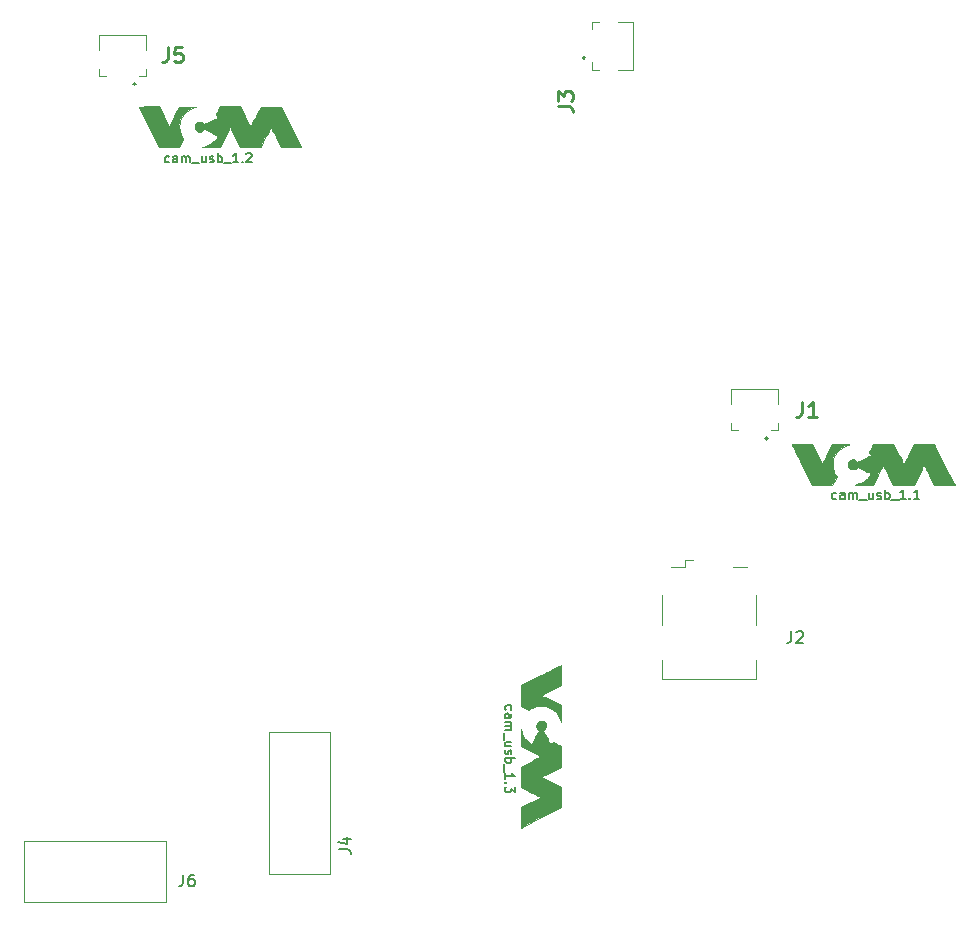
<source format=gbr>
%TF.GenerationSoftware,KiCad,Pcbnew,(5.1.10)-1*%
%TF.CreationDate,2021-10-19T18:18:53+02:00*%
%TF.ProjectId,hard_cam_usb_production,68617264-5f63-4616-9d5f-7573625f7072,rev?*%
%TF.SameCoordinates,Original*%
%TF.FileFunction,Legend,Top*%
%TF.FilePolarity,Positive*%
%FSLAX46Y46*%
G04 Gerber Fmt 4.6, Leading zero omitted, Abs format (unit mm)*
G04 Created by KiCad (PCBNEW (5.1.10)-1) date 2021-10-19 18:18:53*
%MOMM*%
%LPD*%
G01*
G04 APERTURE LIST*
%ADD10C,0.150000*%
%ADD11C,0.120000*%
%ADD12C,0.100000*%
%ADD13C,0.200000*%
%ADD14C,0.010000*%
%ADD15C,0.254000*%
G04 APERTURE END LIST*
D10*
X232185714Y-192223809D02*
X232109523Y-192261904D01*
X231957142Y-192261904D01*
X231880952Y-192223809D01*
X231842857Y-192185714D01*
X231804761Y-192109523D01*
X231804761Y-191880952D01*
X231842857Y-191804761D01*
X231880952Y-191766666D01*
X231957142Y-191728571D01*
X232109523Y-191728571D01*
X232185714Y-191766666D01*
X232871428Y-192261904D02*
X232871428Y-191842857D01*
X232833333Y-191766666D01*
X232757142Y-191728571D01*
X232604761Y-191728571D01*
X232528571Y-191766666D01*
X232871428Y-192223809D02*
X232795238Y-192261904D01*
X232604761Y-192261904D01*
X232528571Y-192223809D01*
X232490476Y-192147619D01*
X232490476Y-192071428D01*
X232528571Y-191995238D01*
X232604761Y-191957142D01*
X232795238Y-191957142D01*
X232871428Y-191919047D01*
X233252380Y-192261904D02*
X233252380Y-191728571D01*
X233252380Y-191804761D02*
X233290476Y-191766666D01*
X233366666Y-191728571D01*
X233480952Y-191728571D01*
X233557142Y-191766666D01*
X233595238Y-191842857D01*
X233595238Y-192261904D01*
X233595238Y-191842857D02*
X233633333Y-191766666D01*
X233709523Y-191728571D01*
X233823809Y-191728571D01*
X233900000Y-191766666D01*
X233938095Y-191842857D01*
X233938095Y-192261904D01*
X234128571Y-192338095D02*
X234738095Y-192338095D01*
X235271428Y-191728571D02*
X235271428Y-192261904D01*
X234928571Y-191728571D02*
X234928571Y-192147619D01*
X234966666Y-192223809D01*
X235042857Y-192261904D01*
X235157142Y-192261904D01*
X235233333Y-192223809D01*
X235271428Y-192185714D01*
X235614285Y-192223809D02*
X235690476Y-192261904D01*
X235842857Y-192261904D01*
X235919047Y-192223809D01*
X235957142Y-192147619D01*
X235957142Y-192109523D01*
X235919047Y-192033333D01*
X235842857Y-191995238D01*
X235728571Y-191995238D01*
X235652380Y-191957142D01*
X235614285Y-191880952D01*
X235614285Y-191842857D01*
X235652380Y-191766666D01*
X235728571Y-191728571D01*
X235842857Y-191728571D01*
X235919047Y-191766666D01*
X236300000Y-192261904D02*
X236300000Y-191461904D01*
X236300000Y-191766666D02*
X236376190Y-191728571D01*
X236528571Y-191728571D01*
X236604761Y-191766666D01*
X236642857Y-191804761D01*
X236680952Y-191880952D01*
X236680952Y-192109523D01*
X236642857Y-192185714D01*
X236604761Y-192223809D01*
X236528571Y-192261904D01*
X236376190Y-192261904D01*
X236300000Y-192223809D01*
X236833333Y-192338095D02*
X237442857Y-192338095D01*
X238052380Y-192261904D02*
X237595238Y-192261904D01*
X237823809Y-192261904D02*
X237823809Y-191461904D01*
X237747619Y-191576190D01*
X237671428Y-191652380D01*
X237595238Y-191690476D01*
X238395238Y-192185714D02*
X238433333Y-192223809D01*
X238395238Y-192261904D01*
X238357142Y-192223809D01*
X238395238Y-192185714D01*
X238395238Y-192261904D01*
X239195238Y-192261904D02*
X238738095Y-192261904D01*
X238966666Y-192261904D02*
X238966666Y-191461904D01*
X238890476Y-191576190D01*
X238814285Y-191652380D01*
X238738095Y-191690476D01*
X175685714Y-163723809D02*
X175609523Y-163761904D01*
X175457142Y-163761904D01*
X175380952Y-163723809D01*
X175342857Y-163685714D01*
X175304761Y-163609523D01*
X175304761Y-163380952D01*
X175342857Y-163304761D01*
X175380952Y-163266666D01*
X175457142Y-163228571D01*
X175609523Y-163228571D01*
X175685714Y-163266666D01*
X176371428Y-163761904D02*
X176371428Y-163342857D01*
X176333333Y-163266666D01*
X176257142Y-163228571D01*
X176104761Y-163228571D01*
X176028571Y-163266666D01*
X176371428Y-163723809D02*
X176295238Y-163761904D01*
X176104761Y-163761904D01*
X176028571Y-163723809D01*
X175990476Y-163647619D01*
X175990476Y-163571428D01*
X176028571Y-163495238D01*
X176104761Y-163457142D01*
X176295238Y-163457142D01*
X176371428Y-163419047D01*
X176752380Y-163761904D02*
X176752380Y-163228571D01*
X176752380Y-163304761D02*
X176790476Y-163266666D01*
X176866666Y-163228571D01*
X176980952Y-163228571D01*
X177057142Y-163266666D01*
X177095238Y-163342857D01*
X177095238Y-163761904D01*
X177095238Y-163342857D02*
X177133333Y-163266666D01*
X177209523Y-163228571D01*
X177323809Y-163228571D01*
X177400000Y-163266666D01*
X177438095Y-163342857D01*
X177438095Y-163761904D01*
X177628571Y-163838095D02*
X178238095Y-163838095D01*
X178771428Y-163228571D02*
X178771428Y-163761904D01*
X178428571Y-163228571D02*
X178428571Y-163647619D01*
X178466666Y-163723809D01*
X178542857Y-163761904D01*
X178657142Y-163761904D01*
X178733333Y-163723809D01*
X178771428Y-163685714D01*
X179114285Y-163723809D02*
X179190476Y-163761904D01*
X179342857Y-163761904D01*
X179419047Y-163723809D01*
X179457142Y-163647619D01*
X179457142Y-163609523D01*
X179419047Y-163533333D01*
X179342857Y-163495238D01*
X179228571Y-163495238D01*
X179152380Y-163457142D01*
X179114285Y-163380952D01*
X179114285Y-163342857D01*
X179152380Y-163266666D01*
X179228571Y-163228571D01*
X179342857Y-163228571D01*
X179419047Y-163266666D01*
X179800000Y-163761904D02*
X179800000Y-162961904D01*
X179800000Y-163266666D02*
X179876190Y-163228571D01*
X180028571Y-163228571D01*
X180104761Y-163266666D01*
X180142857Y-163304761D01*
X180180952Y-163380952D01*
X180180952Y-163609523D01*
X180142857Y-163685714D01*
X180104761Y-163723809D01*
X180028571Y-163761904D01*
X179876190Y-163761904D01*
X179800000Y-163723809D01*
X180333333Y-163838095D02*
X180942857Y-163838095D01*
X181552380Y-163761904D02*
X181095238Y-163761904D01*
X181323809Y-163761904D02*
X181323809Y-162961904D01*
X181247619Y-163076190D01*
X181171428Y-163152380D01*
X181095238Y-163190476D01*
X181895238Y-163685714D02*
X181933333Y-163723809D01*
X181895238Y-163761904D01*
X181857142Y-163723809D01*
X181895238Y-163685714D01*
X181895238Y-163761904D01*
X182238095Y-163038095D02*
X182276190Y-163000000D01*
X182352380Y-162961904D01*
X182542857Y-162961904D01*
X182619047Y-163000000D01*
X182657142Y-163038095D01*
X182695238Y-163114285D01*
X182695238Y-163190476D01*
X182657142Y-163304761D01*
X182200000Y-163761904D01*
X182695238Y-163761904D01*
X204176190Y-210085714D02*
X204138095Y-210009523D01*
X204138095Y-209857142D01*
X204176190Y-209780952D01*
X204214285Y-209742857D01*
X204290476Y-209704761D01*
X204519047Y-209704761D01*
X204595238Y-209742857D01*
X204633333Y-209780952D01*
X204671428Y-209857142D01*
X204671428Y-210009523D01*
X204633333Y-210085714D01*
X204138095Y-210771428D02*
X204557142Y-210771428D01*
X204633333Y-210733333D01*
X204671428Y-210657142D01*
X204671428Y-210504761D01*
X204633333Y-210428571D01*
X204176190Y-210771428D02*
X204138095Y-210695238D01*
X204138095Y-210504761D01*
X204176190Y-210428571D01*
X204252380Y-210390476D01*
X204328571Y-210390476D01*
X204404761Y-210428571D01*
X204442857Y-210504761D01*
X204442857Y-210695238D01*
X204480952Y-210771428D01*
X204138095Y-211152380D02*
X204671428Y-211152380D01*
X204595238Y-211152380D02*
X204633333Y-211190476D01*
X204671428Y-211266666D01*
X204671428Y-211380952D01*
X204633333Y-211457142D01*
X204557142Y-211495238D01*
X204138095Y-211495238D01*
X204557142Y-211495238D02*
X204633333Y-211533333D01*
X204671428Y-211609523D01*
X204671428Y-211723809D01*
X204633333Y-211800000D01*
X204557142Y-211838095D01*
X204138095Y-211838095D01*
X204061904Y-212028571D02*
X204061904Y-212638095D01*
X204671428Y-213171428D02*
X204138095Y-213171428D01*
X204671428Y-212828571D02*
X204252380Y-212828571D01*
X204176190Y-212866666D01*
X204138095Y-212942857D01*
X204138095Y-213057142D01*
X204176190Y-213133333D01*
X204214285Y-213171428D01*
X204176190Y-213514285D02*
X204138095Y-213590476D01*
X204138095Y-213742857D01*
X204176190Y-213819047D01*
X204252380Y-213857142D01*
X204290476Y-213857142D01*
X204366666Y-213819047D01*
X204404761Y-213742857D01*
X204404761Y-213628571D01*
X204442857Y-213552380D01*
X204519047Y-213514285D01*
X204557142Y-213514285D01*
X204633333Y-213552380D01*
X204671428Y-213628571D01*
X204671428Y-213742857D01*
X204633333Y-213819047D01*
X204138095Y-214200000D02*
X204938095Y-214200000D01*
X204633333Y-214200000D02*
X204671428Y-214276190D01*
X204671428Y-214428571D01*
X204633333Y-214504761D01*
X204595238Y-214542857D01*
X204519047Y-214580952D01*
X204290476Y-214580952D01*
X204214285Y-214542857D01*
X204176190Y-214504761D01*
X204138095Y-214428571D01*
X204138095Y-214276190D01*
X204176190Y-214200000D01*
X204061904Y-214733333D02*
X204061904Y-215342857D01*
X204138095Y-215952380D02*
X204138095Y-215495238D01*
X204138095Y-215723809D02*
X204938095Y-215723809D01*
X204823809Y-215647619D01*
X204747619Y-215571428D01*
X204709523Y-215495238D01*
X204214285Y-216295238D02*
X204176190Y-216333333D01*
X204138095Y-216295238D01*
X204176190Y-216257142D01*
X204214285Y-216295238D01*
X204138095Y-216295238D01*
X204938095Y-216600000D02*
X204938095Y-217095238D01*
X204633333Y-216828571D01*
X204633333Y-216942857D01*
X204595238Y-217019047D01*
X204557142Y-217057142D01*
X204480952Y-217095238D01*
X204290476Y-217095238D01*
X204214285Y-217057142D01*
X204176190Y-217019047D01*
X204138095Y-216942857D01*
X204138095Y-216714285D01*
X204176190Y-216638095D01*
X204214285Y-216600000D01*
D11*
%TO.C,J6*%
X163400000Y-226400000D02*
X175400000Y-226400000D01*
X175400000Y-226400000D02*
X175400000Y-222200000D01*
X163400000Y-222200000D02*
X163400000Y-226400000D01*
X175400000Y-222200000D02*
X175400000Y-221200000D01*
X175400000Y-221200000D02*
X163400000Y-221200000D01*
X163400000Y-221200000D02*
X163400000Y-222200000D01*
%TO.C,J2*%
X225360000Y-207510000D02*
X225360000Y-205850000D01*
X217440000Y-207510000D02*
X225360000Y-207510000D01*
X217440000Y-205850000D02*
X217440000Y-207510000D01*
X223450000Y-198040000D02*
X224600000Y-198040000D01*
X219350000Y-197450000D02*
X220050000Y-197450000D01*
X219350000Y-198040000D02*
X219350000Y-197450000D01*
X218200000Y-198040000D02*
X219350000Y-198040000D01*
X225360000Y-200350000D02*
X225360000Y-202950000D01*
X217440000Y-202950000D02*
X217440000Y-200350000D01*
D12*
%TO.C,J1*%
X227266500Y-184233500D02*
X227266500Y-182933500D01*
X227266500Y-182933500D02*
X223266500Y-182933500D01*
X223266500Y-182933500D02*
X223266500Y-184233500D01*
X226666500Y-186433500D02*
X227266500Y-186433500D01*
X227266500Y-186433500D02*
X227266500Y-185833500D01*
X223866500Y-186433500D02*
X223266500Y-186433500D01*
X223266500Y-186433500D02*
X223266500Y-185833500D01*
D13*
X226366500Y-187133500D02*
X226366500Y-187133500D01*
X226166500Y-187133500D02*
X226166500Y-187133500D01*
X226366500Y-187133500D02*
G75*
G02*
X226166500Y-187133500I-100000J0D01*
G01*
X226166500Y-187133500D02*
G75*
G02*
X226366500Y-187133500I100000J0D01*
G01*
D11*
%TO.C,J4*%
X184118000Y-212006000D02*
X184118000Y-224006000D01*
X184118000Y-224006000D02*
X188318000Y-224006000D01*
X188318000Y-212006000D02*
X184118000Y-212006000D01*
X188318000Y-224006000D02*
X189318000Y-224006000D01*
X189318000Y-224006000D02*
X189318000Y-212006000D01*
X189318000Y-212006000D02*
X188318000Y-212006000D01*
D13*
%TO.C,J3*%
X210800000Y-154800000D02*
X210800000Y-154800000D01*
X210800000Y-155000000D02*
X210800000Y-155000000D01*
D12*
X211500000Y-151900000D02*
X212100000Y-151900000D01*
X211500000Y-152500000D02*
X211500000Y-151900000D01*
X211500000Y-155900000D02*
X212100000Y-155900000D01*
X211500000Y-155300000D02*
X211500000Y-155900000D01*
X215000000Y-151900000D02*
X213700000Y-151900000D01*
X215000000Y-155900000D02*
X215000000Y-151900000D01*
X213700000Y-155900000D02*
X215000000Y-155900000D01*
D13*
X210800000Y-154800000D02*
G75*
G02*
X210800000Y-155000000I0J-100000D01*
G01*
X210800000Y-155000000D02*
G75*
G02*
X210800000Y-154800000I0J100000D01*
G01*
D12*
%TO.C,J5*%
X173766500Y-154233500D02*
X173766500Y-152933500D01*
X173766500Y-152933500D02*
X169766500Y-152933500D01*
X169766500Y-152933500D02*
X169766500Y-154233500D01*
X173166500Y-156433500D02*
X173766500Y-156433500D01*
X173766500Y-156433500D02*
X173766500Y-155833500D01*
X170366500Y-156433500D02*
X169766500Y-156433500D01*
X169766500Y-156433500D02*
X169766500Y-155833500D01*
D13*
X172866500Y-157133500D02*
X172866500Y-157133500D01*
X172666500Y-157133500D02*
X172666500Y-157133500D01*
X172866500Y-157133500D02*
G75*
G02*
X172666500Y-157133500I-100000J0D01*
G01*
X172666500Y-157133500D02*
G75*
G02*
X172866500Y-157133500I100000J0D01*
G01*
D14*
%TO.C,L1*%
G36*
X230550200Y-188461799D02*
G01*
X230645551Y-188652046D01*
X230734027Y-188827156D01*
X230813035Y-188982109D01*
X230879985Y-189111885D01*
X230932285Y-189211463D01*
X230967345Y-189275821D01*
X230982573Y-189299940D01*
X230982771Y-189300000D01*
X230997009Y-189278124D01*
X231031367Y-189215846D01*
X231083225Y-189118190D01*
X231149964Y-188990183D01*
X231228965Y-188836848D01*
X231317609Y-188663210D01*
X231413276Y-188474294D01*
X231416375Y-188468150D01*
X231835892Y-187636300D01*
X232570996Y-187631415D01*
X232781857Y-187630166D01*
X232946216Y-187629699D01*
X233068367Y-187630239D01*
X233152606Y-187632012D01*
X233203227Y-187635244D01*
X233224525Y-187640158D01*
X233220794Y-187646980D01*
X233196330Y-187655937D01*
X233171685Y-187662917D01*
X232888700Y-187764112D01*
X232630834Y-187905801D01*
X232402216Y-188084038D01*
X232206977Y-188294878D01*
X232049244Y-188534373D01*
X231933147Y-188798579D01*
X231911298Y-188867396D01*
X231873702Y-189043478D01*
X231853896Y-189242701D01*
X231853280Y-189440947D01*
X231869217Y-189592568D01*
X231904560Y-189744815D01*
X231957058Y-189908013D01*
X232020060Y-190064776D01*
X232086919Y-190197719D01*
X232121591Y-190252500D01*
X232193228Y-190354100D01*
X231845260Y-191052600D01*
X230131100Y-191052448D01*
X229273850Y-189352512D01*
X229135971Y-189078910D01*
X229004956Y-188818560D01*
X228882578Y-188575009D01*
X228770607Y-188351800D01*
X228670818Y-188152479D01*
X228584982Y-187980592D01*
X228514873Y-187839682D01*
X228462263Y-187733295D01*
X228428925Y-187664977D01*
X228416630Y-187638272D01*
X228416600Y-187638088D01*
X228441024Y-187634659D01*
X228510396Y-187631520D01*
X228618862Y-187628768D01*
X228760571Y-187626505D01*
X228929670Y-187624827D01*
X229120307Y-187623835D01*
X229274157Y-187623599D01*
X230131715Y-187623599D01*
X230550200Y-188461799D01*
G37*
X230550200Y-188461799D02*
X230645551Y-188652046D01*
X230734027Y-188827156D01*
X230813035Y-188982109D01*
X230879985Y-189111885D01*
X230932285Y-189211463D01*
X230967345Y-189275821D01*
X230982573Y-189299940D01*
X230982771Y-189300000D01*
X230997009Y-189278124D01*
X231031367Y-189215846D01*
X231083225Y-189118190D01*
X231149964Y-188990183D01*
X231228965Y-188836848D01*
X231317609Y-188663210D01*
X231413276Y-188474294D01*
X231416375Y-188468150D01*
X231835892Y-187636300D01*
X232570996Y-187631415D01*
X232781857Y-187630166D01*
X232946216Y-187629699D01*
X233068367Y-187630239D01*
X233152606Y-187632012D01*
X233203227Y-187635244D01*
X233224525Y-187640158D01*
X233220794Y-187646980D01*
X233196330Y-187655937D01*
X233171685Y-187662917D01*
X232888700Y-187764112D01*
X232630834Y-187905801D01*
X232402216Y-188084038D01*
X232206977Y-188294878D01*
X232049244Y-188534373D01*
X231933147Y-188798579D01*
X231911298Y-188867396D01*
X231873702Y-189043478D01*
X231853896Y-189242701D01*
X231853280Y-189440947D01*
X231869217Y-189592568D01*
X231904560Y-189744815D01*
X231957058Y-189908013D01*
X232020060Y-190064776D01*
X232086919Y-190197719D01*
X232121591Y-190252500D01*
X232193228Y-190354100D01*
X231845260Y-191052600D01*
X230131100Y-191052448D01*
X229273850Y-189352512D01*
X229135971Y-189078910D01*
X229004956Y-188818560D01*
X228882578Y-188575009D01*
X228770607Y-188351800D01*
X228670818Y-188152479D01*
X228584982Y-187980592D01*
X228514873Y-187839682D01*
X228462263Y-187733295D01*
X228428925Y-187664977D01*
X228416630Y-187638272D01*
X228416600Y-187638088D01*
X228441024Y-187634659D01*
X228510396Y-187631520D01*
X228618862Y-187628768D01*
X228760571Y-187626505D01*
X228929670Y-187624827D01*
X229120307Y-187623835D01*
X229274157Y-187623599D01*
X230131715Y-187623599D01*
X230550200Y-188461799D01*
G36*
X236150900Y-187623803D02*
G01*
X237014500Y-187623818D01*
X237433600Y-188461285D01*
X237529177Y-188651449D01*
X237617956Y-188826509D01*
X237697328Y-188981436D01*
X237764681Y-189111206D01*
X237817408Y-189210793D01*
X237852898Y-189275171D01*
X237868543Y-189299315D01*
X237868752Y-189299375D01*
X237883441Y-189277641D01*
X237918218Y-189215492D01*
X237970453Y-189117949D01*
X238037513Y-188990035D01*
X238116767Y-188836770D01*
X238205583Y-188663176D01*
X238301328Y-188474273D01*
X238304418Y-188468150D01*
X238724032Y-187636300D01*
X240461482Y-187636300D01*
X241323561Y-189344449D01*
X242185639Y-191052599D01*
X241320993Y-191052600D01*
X240456348Y-191052600D01*
X240028613Y-190197427D01*
X239909173Y-189960027D01*
X239810144Y-189766379D01*
X239730308Y-189614270D01*
X239668448Y-189501486D01*
X239623346Y-189425815D01*
X239593784Y-189385044D01*
X239578544Y-189376958D01*
X239577689Y-189377969D01*
X239561203Y-189408278D01*
X239524633Y-189478592D01*
X239470722Y-189583534D01*
X239402217Y-189717729D01*
X239321861Y-189875801D01*
X239232401Y-190052372D01*
X239144287Y-190226792D01*
X238734075Y-191039900D01*
X237874287Y-191046426D01*
X237014500Y-191052953D01*
X236587592Y-190201278D01*
X236491118Y-190010004D01*
X236401351Y-189834311D01*
X236320879Y-189679094D01*
X236252293Y-189549248D01*
X236198179Y-189449666D01*
X236161128Y-189385243D01*
X236143727Y-189360873D01*
X236143092Y-189360867D01*
X236128137Y-189385414D01*
X236093254Y-189450379D01*
X236041059Y-189550656D01*
X235974169Y-189681139D01*
X235895200Y-189836722D01*
X235806768Y-190012301D01*
X235711491Y-190202769D01*
X235706707Y-190212365D01*
X235287915Y-191052600D01*
X234487507Y-191050307D01*
X234266970Y-191049538D01*
X234093354Y-191048489D01*
X233962778Y-191046941D01*
X233871363Y-191044674D01*
X233815231Y-191041469D01*
X233790500Y-191037105D01*
X233793292Y-191031364D01*
X233819727Y-191024025D01*
X233864900Y-191015059D01*
X234150422Y-190938617D01*
X234409691Y-190819189D01*
X234646278Y-190654893D01*
X234779922Y-190532902D01*
X234864511Y-190442422D01*
X234943743Y-190347546D01*
X235011584Y-190256801D01*
X235062005Y-190178718D01*
X235088973Y-190121823D01*
X235088730Y-190096263D01*
X235063396Y-190081938D01*
X234998876Y-190048354D01*
X234901536Y-189998742D01*
X234777741Y-189936331D01*
X234633856Y-189864350D01*
X234521341Y-189808386D01*
X233966500Y-189533056D01*
X233897051Y-189608156D01*
X233779394Y-189701678D01*
X233646438Y-189748112D01*
X233504439Y-189746369D01*
X233368736Y-189700049D01*
X233255184Y-189616883D01*
X233180047Y-189506285D01*
X233146013Y-189376931D01*
X233155765Y-189237500D01*
X233193047Y-189132323D01*
X233272665Y-189019945D01*
X233378814Y-188944577D01*
X233501872Y-188907540D01*
X233632220Y-188910156D01*
X233760237Y-188953744D01*
X233875340Y-189038660D01*
X233965050Y-189128370D01*
X234520327Y-188852235D01*
X234674757Y-188774956D01*
X234813602Y-188704558D01*
X234930509Y-188644335D01*
X235019130Y-188597582D01*
X235073113Y-188567594D01*
X235086977Y-188558220D01*
X235080891Y-188528638D01*
X235053253Y-188471102D01*
X235023481Y-188420053D01*
X234948612Y-188299766D01*
X235037434Y-188120433D01*
X235094835Y-188005102D01*
X235157203Y-187880655D01*
X235206777Y-187782443D01*
X235287300Y-187623787D01*
X236150900Y-187623803D01*
G37*
X236150900Y-187623803D02*
X237014500Y-187623818D01*
X237433600Y-188461285D01*
X237529177Y-188651449D01*
X237617956Y-188826509D01*
X237697328Y-188981436D01*
X237764681Y-189111206D01*
X237817408Y-189210793D01*
X237852898Y-189275171D01*
X237868543Y-189299315D01*
X237868752Y-189299375D01*
X237883441Y-189277641D01*
X237918218Y-189215492D01*
X237970453Y-189117949D01*
X238037513Y-188990035D01*
X238116767Y-188836770D01*
X238205583Y-188663176D01*
X238301328Y-188474273D01*
X238304418Y-188468150D01*
X238724032Y-187636300D01*
X240461482Y-187636300D01*
X241323561Y-189344449D01*
X242185639Y-191052599D01*
X241320993Y-191052600D01*
X240456348Y-191052600D01*
X240028613Y-190197427D01*
X239909173Y-189960027D01*
X239810144Y-189766379D01*
X239730308Y-189614270D01*
X239668448Y-189501486D01*
X239623346Y-189425815D01*
X239593784Y-189385044D01*
X239578544Y-189376958D01*
X239577689Y-189377969D01*
X239561203Y-189408278D01*
X239524633Y-189478592D01*
X239470722Y-189583534D01*
X239402217Y-189717729D01*
X239321861Y-189875801D01*
X239232401Y-190052372D01*
X239144287Y-190226792D01*
X238734075Y-191039900D01*
X237874287Y-191046426D01*
X237014500Y-191052953D01*
X236587592Y-190201278D01*
X236491118Y-190010004D01*
X236401351Y-189834311D01*
X236320879Y-189679094D01*
X236252293Y-189549248D01*
X236198179Y-189449666D01*
X236161128Y-189385243D01*
X236143727Y-189360873D01*
X236143092Y-189360867D01*
X236128137Y-189385414D01*
X236093254Y-189450379D01*
X236041059Y-189550656D01*
X235974169Y-189681139D01*
X235895200Y-189836722D01*
X235806768Y-190012301D01*
X235711491Y-190202769D01*
X235706707Y-190212365D01*
X235287915Y-191052600D01*
X234487507Y-191050307D01*
X234266970Y-191049538D01*
X234093354Y-191048489D01*
X233962778Y-191046941D01*
X233871363Y-191044674D01*
X233815231Y-191041469D01*
X233790500Y-191037105D01*
X233793292Y-191031364D01*
X233819727Y-191024025D01*
X233864900Y-191015059D01*
X234150422Y-190938617D01*
X234409691Y-190819189D01*
X234646278Y-190654893D01*
X234779922Y-190532902D01*
X234864511Y-190442422D01*
X234943743Y-190347546D01*
X235011584Y-190256801D01*
X235062005Y-190178718D01*
X235088973Y-190121823D01*
X235088730Y-190096263D01*
X235063396Y-190081938D01*
X234998876Y-190048354D01*
X234901536Y-189998742D01*
X234777741Y-189936331D01*
X234633856Y-189864350D01*
X234521341Y-189808386D01*
X233966500Y-189533056D01*
X233897051Y-189608156D01*
X233779394Y-189701678D01*
X233646438Y-189748112D01*
X233504439Y-189746369D01*
X233368736Y-189700049D01*
X233255184Y-189616883D01*
X233180047Y-189506285D01*
X233146013Y-189376931D01*
X233155765Y-189237500D01*
X233193047Y-189132323D01*
X233272665Y-189019945D01*
X233378814Y-188944577D01*
X233501872Y-188907540D01*
X233632220Y-188910156D01*
X233760237Y-188953744D01*
X233875340Y-189038660D01*
X233965050Y-189128370D01*
X234520327Y-188852235D01*
X234674757Y-188774956D01*
X234813602Y-188704558D01*
X234930509Y-188644335D01*
X235019130Y-188597582D01*
X235073113Y-188567594D01*
X235086977Y-188558220D01*
X235080891Y-188528638D01*
X235053253Y-188471102D01*
X235023481Y-188420053D01*
X234948612Y-188299766D01*
X235037434Y-188120433D01*
X235094835Y-188005102D01*
X235157203Y-187880655D01*
X235206777Y-187782443D01*
X235287300Y-187623787D01*
X236150900Y-187623803D01*
%TO.C,L2*%
G36*
X180850900Y-159023803D02*
G01*
X181714500Y-159023818D01*
X182133600Y-159861285D01*
X182229177Y-160051449D01*
X182317956Y-160226509D01*
X182397328Y-160381436D01*
X182464681Y-160511206D01*
X182517408Y-160610793D01*
X182552898Y-160675171D01*
X182568543Y-160699315D01*
X182568752Y-160699375D01*
X182583441Y-160677641D01*
X182618218Y-160615492D01*
X182670453Y-160517949D01*
X182737513Y-160390035D01*
X182816767Y-160236770D01*
X182905583Y-160063176D01*
X183001328Y-159874273D01*
X183004418Y-159868150D01*
X183424032Y-159036300D01*
X185161482Y-159036300D01*
X186023561Y-160744449D01*
X186885639Y-162452599D01*
X186020993Y-162452600D01*
X185156348Y-162452600D01*
X184728613Y-161597427D01*
X184609173Y-161360027D01*
X184510144Y-161166379D01*
X184430308Y-161014270D01*
X184368448Y-160901486D01*
X184323346Y-160825815D01*
X184293784Y-160785044D01*
X184278544Y-160776958D01*
X184277689Y-160777969D01*
X184261203Y-160808278D01*
X184224633Y-160878592D01*
X184170722Y-160983534D01*
X184102217Y-161117729D01*
X184021861Y-161275801D01*
X183932401Y-161452372D01*
X183844287Y-161626792D01*
X183434075Y-162439900D01*
X182574287Y-162446426D01*
X181714500Y-162452953D01*
X181287592Y-161601278D01*
X181191118Y-161410004D01*
X181101351Y-161234311D01*
X181020879Y-161079094D01*
X180952293Y-160949248D01*
X180898179Y-160849666D01*
X180861128Y-160785243D01*
X180843727Y-160760873D01*
X180843092Y-160760867D01*
X180828137Y-160785414D01*
X180793254Y-160850379D01*
X180741059Y-160950656D01*
X180674169Y-161081139D01*
X180595200Y-161236722D01*
X180506768Y-161412301D01*
X180411491Y-161602769D01*
X180406707Y-161612365D01*
X179987915Y-162452600D01*
X179187507Y-162450307D01*
X178966970Y-162449538D01*
X178793354Y-162448489D01*
X178662778Y-162446941D01*
X178571363Y-162444674D01*
X178515231Y-162441469D01*
X178490500Y-162437105D01*
X178493292Y-162431364D01*
X178519727Y-162424025D01*
X178564900Y-162415059D01*
X178850422Y-162338617D01*
X179109691Y-162219189D01*
X179346278Y-162054893D01*
X179479922Y-161932902D01*
X179564511Y-161842422D01*
X179643743Y-161747546D01*
X179711584Y-161656801D01*
X179762005Y-161578718D01*
X179788973Y-161521823D01*
X179788730Y-161496263D01*
X179763396Y-161481938D01*
X179698876Y-161448354D01*
X179601536Y-161398742D01*
X179477741Y-161336331D01*
X179333856Y-161264350D01*
X179221341Y-161208386D01*
X178666500Y-160933056D01*
X178597051Y-161008156D01*
X178479394Y-161101678D01*
X178346438Y-161148112D01*
X178204439Y-161146369D01*
X178068736Y-161100049D01*
X177955184Y-161016883D01*
X177880047Y-160906285D01*
X177846013Y-160776931D01*
X177855765Y-160637500D01*
X177893047Y-160532323D01*
X177972665Y-160419945D01*
X178078814Y-160344577D01*
X178201872Y-160307540D01*
X178332220Y-160310156D01*
X178460237Y-160353744D01*
X178575340Y-160438660D01*
X178665050Y-160528370D01*
X179220327Y-160252235D01*
X179374757Y-160174956D01*
X179513602Y-160104558D01*
X179630509Y-160044335D01*
X179719130Y-159997582D01*
X179773113Y-159967594D01*
X179786977Y-159958220D01*
X179780891Y-159928638D01*
X179753253Y-159871102D01*
X179723481Y-159820053D01*
X179648612Y-159699766D01*
X179737434Y-159520433D01*
X179794835Y-159405102D01*
X179857203Y-159280655D01*
X179906777Y-159182443D01*
X179987300Y-159023787D01*
X180850900Y-159023803D01*
G37*
X180850900Y-159023803D02*
X181714500Y-159023818D01*
X182133600Y-159861285D01*
X182229177Y-160051449D01*
X182317956Y-160226509D01*
X182397328Y-160381436D01*
X182464681Y-160511206D01*
X182517408Y-160610793D01*
X182552898Y-160675171D01*
X182568543Y-160699315D01*
X182568752Y-160699375D01*
X182583441Y-160677641D01*
X182618218Y-160615492D01*
X182670453Y-160517949D01*
X182737513Y-160390035D01*
X182816767Y-160236770D01*
X182905583Y-160063176D01*
X183001328Y-159874273D01*
X183004418Y-159868150D01*
X183424032Y-159036300D01*
X185161482Y-159036300D01*
X186023561Y-160744449D01*
X186885639Y-162452599D01*
X186020993Y-162452600D01*
X185156348Y-162452600D01*
X184728613Y-161597427D01*
X184609173Y-161360027D01*
X184510144Y-161166379D01*
X184430308Y-161014270D01*
X184368448Y-160901486D01*
X184323346Y-160825815D01*
X184293784Y-160785044D01*
X184278544Y-160776958D01*
X184277689Y-160777969D01*
X184261203Y-160808278D01*
X184224633Y-160878592D01*
X184170722Y-160983534D01*
X184102217Y-161117729D01*
X184021861Y-161275801D01*
X183932401Y-161452372D01*
X183844287Y-161626792D01*
X183434075Y-162439900D01*
X182574287Y-162446426D01*
X181714500Y-162452953D01*
X181287592Y-161601278D01*
X181191118Y-161410004D01*
X181101351Y-161234311D01*
X181020879Y-161079094D01*
X180952293Y-160949248D01*
X180898179Y-160849666D01*
X180861128Y-160785243D01*
X180843727Y-160760873D01*
X180843092Y-160760867D01*
X180828137Y-160785414D01*
X180793254Y-160850379D01*
X180741059Y-160950656D01*
X180674169Y-161081139D01*
X180595200Y-161236722D01*
X180506768Y-161412301D01*
X180411491Y-161602769D01*
X180406707Y-161612365D01*
X179987915Y-162452600D01*
X179187507Y-162450307D01*
X178966970Y-162449538D01*
X178793354Y-162448489D01*
X178662778Y-162446941D01*
X178571363Y-162444674D01*
X178515231Y-162441469D01*
X178490500Y-162437105D01*
X178493292Y-162431364D01*
X178519727Y-162424025D01*
X178564900Y-162415059D01*
X178850422Y-162338617D01*
X179109691Y-162219189D01*
X179346278Y-162054893D01*
X179479922Y-161932902D01*
X179564511Y-161842422D01*
X179643743Y-161747546D01*
X179711584Y-161656801D01*
X179762005Y-161578718D01*
X179788973Y-161521823D01*
X179788730Y-161496263D01*
X179763396Y-161481938D01*
X179698876Y-161448354D01*
X179601536Y-161398742D01*
X179477741Y-161336331D01*
X179333856Y-161264350D01*
X179221341Y-161208386D01*
X178666500Y-160933056D01*
X178597051Y-161008156D01*
X178479394Y-161101678D01*
X178346438Y-161148112D01*
X178204439Y-161146369D01*
X178068736Y-161100049D01*
X177955184Y-161016883D01*
X177880047Y-160906285D01*
X177846013Y-160776931D01*
X177855765Y-160637500D01*
X177893047Y-160532323D01*
X177972665Y-160419945D01*
X178078814Y-160344577D01*
X178201872Y-160307540D01*
X178332220Y-160310156D01*
X178460237Y-160353744D01*
X178575340Y-160438660D01*
X178665050Y-160528370D01*
X179220327Y-160252235D01*
X179374757Y-160174956D01*
X179513602Y-160104558D01*
X179630509Y-160044335D01*
X179719130Y-159997582D01*
X179773113Y-159967594D01*
X179786977Y-159958220D01*
X179780891Y-159928638D01*
X179753253Y-159871102D01*
X179723481Y-159820053D01*
X179648612Y-159699766D01*
X179737434Y-159520433D01*
X179794835Y-159405102D01*
X179857203Y-159280655D01*
X179906777Y-159182443D01*
X179987300Y-159023787D01*
X180850900Y-159023803D01*
G36*
X175250200Y-159861799D02*
G01*
X175345551Y-160052046D01*
X175434027Y-160227156D01*
X175513035Y-160382109D01*
X175579985Y-160511885D01*
X175632285Y-160611463D01*
X175667345Y-160675821D01*
X175682573Y-160699940D01*
X175682771Y-160700000D01*
X175697009Y-160678124D01*
X175731367Y-160615846D01*
X175783225Y-160518190D01*
X175849964Y-160390183D01*
X175928965Y-160236848D01*
X176017609Y-160063210D01*
X176113276Y-159874294D01*
X176116375Y-159868150D01*
X176535892Y-159036300D01*
X177270996Y-159031415D01*
X177481857Y-159030166D01*
X177646216Y-159029699D01*
X177768367Y-159030239D01*
X177852606Y-159032012D01*
X177903227Y-159035244D01*
X177924525Y-159040158D01*
X177920794Y-159046980D01*
X177896330Y-159055937D01*
X177871685Y-159062917D01*
X177588700Y-159164112D01*
X177330834Y-159305801D01*
X177102216Y-159484038D01*
X176906977Y-159694878D01*
X176749244Y-159934373D01*
X176633147Y-160198579D01*
X176611298Y-160267396D01*
X176573702Y-160443478D01*
X176553896Y-160642701D01*
X176553280Y-160840947D01*
X176569217Y-160992568D01*
X176604560Y-161144815D01*
X176657058Y-161308013D01*
X176720060Y-161464776D01*
X176786919Y-161597719D01*
X176821591Y-161652500D01*
X176893228Y-161754100D01*
X176545260Y-162452600D01*
X174831100Y-162452448D01*
X173973850Y-160752512D01*
X173835971Y-160478910D01*
X173704956Y-160218560D01*
X173582578Y-159975009D01*
X173470607Y-159751800D01*
X173370818Y-159552479D01*
X173284982Y-159380592D01*
X173214873Y-159239682D01*
X173162263Y-159133295D01*
X173128925Y-159064977D01*
X173116630Y-159038272D01*
X173116600Y-159038088D01*
X173141024Y-159034659D01*
X173210396Y-159031520D01*
X173318862Y-159028768D01*
X173460571Y-159026505D01*
X173629670Y-159024827D01*
X173820307Y-159023835D01*
X173974157Y-159023599D01*
X174831715Y-159023599D01*
X175250200Y-159861799D01*
G37*
X175250200Y-159861799D02*
X175345551Y-160052046D01*
X175434027Y-160227156D01*
X175513035Y-160382109D01*
X175579985Y-160511885D01*
X175632285Y-160611463D01*
X175667345Y-160675821D01*
X175682573Y-160699940D01*
X175682771Y-160700000D01*
X175697009Y-160678124D01*
X175731367Y-160615846D01*
X175783225Y-160518190D01*
X175849964Y-160390183D01*
X175928965Y-160236848D01*
X176017609Y-160063210D01*
X176113276Y-159874294D01*
X176116375Y-159868150D01*
X176535892Y-159036300D01*
X177270996Y-159031415D01*
X177481857Y-159030166D01*
X177646216Y-159029699D01*
X177768367Y-159030239D01*
X177852606Y-159032012D01*
X177903227Y-159035244D01*
X177924525Y-159040158D01*
X177920794Y-159046980D01*
X177896330Y-159055937D01*
X177871685Y-159062917D01*
X177588700Y-159164112D01*
X177330834Y-159305801D01*
X177102216Y-159484038D01*
X176906977Y-159694878D01*
X176749244Y-159934373D01*
X176633147Y-160198579D01*
X176611298Y-160267396D01*
X176573702Y-160443478D01*
X176553896Y-160642701D01*
X176553280Y-160840947D01*
X176569217Y-160992568D01*
X176604560Y-161144815D01*
X176657058Y-161308013D01*
X176720060Y-161464776D01*
X176786919Y-161597719D01*
X176821591Y-161652500D01*
X176893228Y-161754100D01*
X176545260Y-162452600D01*
X174831100Y-162452448D01*
X173973850Y-160752512D01*
X173835971Y-160478910D01*
X173704956Y-160218560D01*
X173582578Y-159975009D01*
X173470607Y-159751800D01*
X173370818Y-159552479D01*
X173284982Y-159380592D01*
X173214873Y-159239682D01*
X173162263Y-159133295D01*
X173128925Y-159064977D01*
X173116630Y-159038272D01*
X173116600Y-159038088D01*
X173141024Y-159034659D01*
X173210396Y-159031520D01*
X173318862Y-159028768D01*
X173460571Y-159026505D01*
X173629670Y-159024827D01*
X173820307Y-159023835D01*
X173974157Y-159023599D01*
X174831715Y-159023599D01*
X175250200Y-159861799D01*
%TO.C,L3*%
G36*
X208038201Y-208450200D02*
G01*
X207847954Y-208545551D01*
X207672844Y-208634027D01*
X207517891Y-208713035D01*
X207388115Y-208779985D01*
X207288537Y-208832285D01*
X207224179Y-208867345D01*
X207200060Y-208882573D01*
X207200000Y-208882771D01*
X207221876Y-208897009D01*
X207284154Y-208931367D01*
X207381810Y-208983225D01*
X207509817Y-209049964D01*
X207663152Y-209128965D01*
X207836790Y-209217609D01*
X208025706Y-209313276D01*
X208031850Y-209316375D01*
X208863700Y-209735892D01*
X208868585Y-210470996D01*
X208869834Y-210681857D01*
X208870301Y-210846216D01*
X208869761Y-210968367D01*
X208867988Y-211052606D01*
X208864756Y-211103227D01*
X208859842Y-211124525D01*
X208853020Y-211120794D01*
X208844063Y-211096330D01*
X208837083Y-211071685D01*
X208735888Y-210788700D01*
X208594199Y-210530834D01*
X208415962Y-210302216D01*
X208205122Y-210106977D01*
X207965627Y-209949244D01*
X207701421Y-209833147D01*
X207632604Y-209811298D01*
X207456522Y-209773702D01*
X207257299Y-209753896D01*
X207059053Y-209753280D01*
X206907432Y-209769217D01*
X206755185Y-209804560D01*
X206591987Y-209857058D01*
X206435224Y-209920060D01*
X206302281Y-209986919D01*
X206247500Y-210021591D01*
X206145900Y-210093228D01*
X205447400Y-209745260D01*
X205447552Y-208031100D01*
X207147488Y-207173850D01*
X207421090Y-207035971D01*
X207681440Y-206904956D01*
X207924991Y-206782578D01*
X208148200Y-206670607D01*
X208347521Y-206570818D01*
X208519408Y-206484982D01*
X208660318Y-206414873D01*
X208766705Y-206362263D01*
X208835023Y-206328925D01*
X208861728Y-206316630D01*
X208861912Y-206316600D01*
X208865341Y-206341024D01*
X208868480Y-206410396D01*
X208871232Y-206518862D01*
X208873495Y-206660571D01*
X208875173Y-206829670D01*
X208876165Y-207020307D01*
X208876401Y-207174157D01*
X208876401Y-208031715D01*
X208038201Y-208450200D01*
G37*
X208038201Y-208450200D02*
X207847954Y-208545551D01*
X207672844Y-208634027D01*
X207517891Y-208713035D01*
X207388115Y-208779985D01*
X207288537Y-208832285D01*
X207224179Y-208867345D01*
X207200060Y-208882573D01*
X207200000Y-208882771D01*
X207221876Y-208897009D01*
X207284154Y-208931367D01*
X207381810Y-208983225D01*
X207509817Y-209049964D01*
X207663152Y-209128965D01*
X207836790Y-209217609D01*
X208025706Y-209313276D01*
X208031850Y-209316375D01*
X208863700Y-209735892D01*
X208868585Y-210470996D01*
X208869834Y-210681857D01*
X208870301Y-210846216D01*
X208869761Y-210968367D01*
X208867988Y-211052606D01*
X208864756Y-211103227D01*
X208859842Y-211124525D01*
X208853020Y-211120794D01*
X208844063Y-211096330D01*
X208837083Y-211071685D01*
X208735888Y-210788700D01*
X208594199Y-210530834D01*
X208415962Y-210302216D01*
X208205122Y-210106977D01*
X207965627Y-209949244D01*
X207701421Y-209833147D01*
X207632604Y-209811298D01*
X207456522Y-209773702D01*
X207257299Y-209753896D01*
X207059053Y-209753280D01*
X206907432Y-209769217D01*
X206755185Y-209804560D01*
X206591987Y-209857058D01*
X206435224Y-209920060D01*
X206302281Y-209986919D01*
X206247500Y-210021591D01*
X206145900Y-210093228D01*
X205447400Y-209745260D01*
X205447552Y-208031100D01*
X207147488Y-207173850D01*
X207421090Y-207035971D01*
X207681440Y-206904956D01*
X207924991Y-206782578D01*
X208148200Y-206670607D01*
X208347521Y-206570818D01*
X208519408Y-206484982D01*
X208660318Y-206414873D01*
X208766705Y-206362263D01*
X208835023Y-206328925D01*
X208861728Y-206316630D01*
X208861912Y-206316600D01*
X208865341Y-206341024D01*
X208868480Y-206410396D01*
X208871232Y-206518862D01*
X208873495Y-206660571D01*
X208875173Y-206829670D01*
X208876165Y-207020307D01*
X208876401Y-207174157D01*
X208876401Y-208031715D01*
X208038201Y-208450200D01*
G36*
X208876197Y-214050900D02*
G01*
X208876182Y-214914500D01*
X208038715Y-215333600D01*
X207848551Y-215429177D01*
X207673491Y-215517956D01*
X207518564Y-215597328D01*
X207388794Y-215664681D01*
X207289207Y-215717408D01*
X207224829Y-215752898D01*
X207200685Y-215768543D01*
X207200625Y-215768752D01*
X207222359Y-215783441D01*
X207284508Y-215818218D01*
X207382051Y-215870453D01*
X207509965Y-215937513D01*
X207663230Y-216016767D01*
X207836824Y-216105583D01*
X208025727Y-216201328D01*
X208031850Y-216204418D01*
X208863700Y-216624032D01*
X208863700Y-218361482D01*
X207155551Y-219223561D01*
X205447401Y-220085639D01*
X205447400Y-219220993D01*
X205447400Y-218356348D01*
X206302573Y-217928613D01*
X206539973Y-217809173D01*
X206733621Y-217710144D01*
X206885730Y-217630308D01*
X206998514Y-217568448D01*
X207074185Y-217523346D01*
X207114956Y-217493784D01*
X207123042Y-217478544D01*
X207122031Y-217477689D01*
X207091722Y-217461203D01*
X207021408Y-217424633D01*
X206916466Y-217370722D01*
X206782271Y-217302217D01*
X206624199Y-217221861D01*
X206447628Y-217132401D01*
X206273208Y-217044287D01*
X205460100Y-216634075D01*
X205453574Y-215774287D01*
X205447047Y-214914500D01*
X206298722Y-214487592D01*
X206489996Y-214391118D01*
X206665689Y-214301351D01*
X206820906Y-214220879D01*
X206950752Y-214152293D01*
X207050334Y-214098179D01*
X207114757Y-214061128D01*
X207139127Y-214043727D01*
X207139133Y-214043092D01*
X207114586Y-214028137D01*
X207049621Y-213993254D01*
X206949344Y-213941059D01*
X206818861Y-213874169D01*
X206663278Y-213795200D01*
X206487699Y-213706768D01*
X206297231Y-213611491D01*
X206287635Y-213606707D01*
X205447400Y-213187915D01*
X205449693Y-212387507D01*
X205450462Y-212166970D01*
X205451511Y-211993354D01*
X205453059Y-211862778D01*
X205455326Y-211771363D01*
X205458531Y-211715231D01*
X205462895Y-211690500D01*
X205468636Y-211693292D01*
X205475975Y-211719727D01*
X205484941Y-211764900D01*
X205561383Y-212050422D01*
X205680811Y-212309691D01*
X205845107Y-212546278D01*
X205967098Y-212679922D01*
X206057578Y-212764511D01*
X206152454Y-212843743D01*
X206243199Y-212911584D01*
X206321282Y-212962005D01*
X206378177Y-212988973D01*
X206403737Y-212988730D01*
X206418062Y-212963396D01*
X206451646Y-212898876D01*
X206501258Y-212801536D01*
X206563669Y-212677741D01*
X206635650Y-212533856D01*
X206691614Y-212421341D01*
X206966944Y-211866500D01*
X206891844Y-211797051D01*
X206798322Y-211679394D01*
X206751888Y-211546438D01*
X206753631Y-211404439D01*
X206799951Y-211268736D01*
X206883117Y-211155184D01*
X206993715Y-211080047D01*
X207123069Y-211046013D01*
X207262500Y-211055765D01*
X207367677Y-211093047D01*
X207480055Y-211172665D01*
X207555423Y-211278814D01*
X207592460Y-211401872D01*
X207589844Y-211532220D01*
X207546256Y-211660237D01*
X207461340Y-211775340D01*
X207371630Y-211865050D01*
X207647765Y-212420327D01*
X207725044Y-212574757D01*
X207795442Y-212713602D01*
X207855665Y-212830509D01*
X207902418Y-212919130D01*
X207932406Y-212973113D01*
X207941780Y-212986977D01*
X207971362Y-212980891D01*
X208028898Y-212953253D01*
X208079947Y-212923481D01*
X208200234Y-212848612D01*
X208379567Y-212937434D01*
X208494898Y-212994835D01*
X208619345Y-213057203D01*
X208717557Y-213106777D01*
X208876213Y-213187300D01*
X208876197Y-214050900D01*
G37*
X208876197Y-214050900D02*
X208876182Y-214914500D01*
X208038715Y-215333600D01*
X207848551Y-215429177D01*
X207673491Y-215517956D01*
X207518564Y-215597328D01*
X207388794Y-215664681D01*
X207289207Y-215717408D01*
X207224829Y-215752898D01*
X207200685Y-215768543D01*
X207200625Y-215768752D01*
X207222359Y-215783441D01*
X207284508Y-215818218D01*
X207382051Y-215870453D01*
X207509965Y-215937513D01*
X207663230Y-216016767D01*
X207836824Y-216105583D01*
X208025727Y-216201328D01*
X208031850Y-216204418D01*
X208863700Y-216624032D01*
X208863700Y-218361482D01*
X207155551Y-219223561D01*
X205447401Y-220085639D01*
X205447400Y-219220993D01*
X205447400Y-218356348D01*
X206302573Y-217928613D01*
X206539973Y-217809173D01*
X206733621Y-217710144D01*
X206885730Y-217630308D01*
X206998514Y-217568448D01*
X207074185Y-217523346D01*
X207114956Y-217493784D01*
X207123042Y-217478544D01*
X207122031Y-217477689D01*
X207091722Y-217461203D01*
X207021408Y-217424633D01*
X206916466Y-217370722D01*
X206782271Y-217302217D01*
X206624199Y-217221861D01*
X206447628Y-217132401D01*
X206273208Y-217044287D01*
X205460100Y-216634075D01*
X205453574Y-215774287D01*
X205447047Y-214914500D01*
X206298722Y-214487592D01*
X206489996Y-214391118D01*
X206665689Y-214301351D01*
X206820906Y-214220879D01*
X206950752Y-214152293D01*
X207050334Y-214098179D01*
X207114757Y-214061128D01*
X207139127Y-214043727D01*
X207139133Y-214043092D01*
X207114586Y-214028137D01*
X207049621Y-213993254D01*
X206949344Y-213941059D01*
X206818861Y-213874169D01*
X206663278Y-213795200D01*
X206487699Y-213706768D01*
X206297231Y-213611491D01*
X206287635Y-213606707D01*
X205447400Y-213187915D01*
X205449693Y-212387507D01*
X205450462Y-212166970D01*
X205451511Y-211993354D01*
X205453059Y-211862778D01*
X205455326Y-211771363D01*
X205458531Y-211715231D01*
X205462895Y-211690500D01*
X205468636Y-211693292D01*
X205475975Y-211719727D01*
X205484941Y-211764900D01*
X205561383Y-212050422D01*
X205680811Y-212309691D01*
X205845107Y-212546278D01*
X205967098Y-212679922D01*
X206057578Y-212764511D01*
X206152454Y-212843743D01*
X206243199Y-212911584D01*
X206321282Y-212962005D01*
X206378177Y-212988973D01*
X206403737Y-212988730D01*
X206418062Y-212963396D01*
X206451646Y-212898876D01*
X206501258Y-212801536D01*
X206563669Y-212677741D01*
X206635650Y-212533856D01*
X206691614Y-212421341D01*
X206966944Y-211866500D01*
X206891844Y-211797051D01*
X206798322Y-211679394D01*
X206751888Y-211546438D01*
X206753631Y-211404439D01*
X206799951Y-211268736D01*
X206883117Y-211155184D01*
X206993715Y-211080047D01*
X207123069Y-211046013D01*
X207262500Y-211055765D01*
X207367677Y-211093047D01*
X207480055Y-211172665D01*
X207555423Y-211278814D01*
X207592460Y-211401872D01*
X207589844Y-211532220D01*
X207546256Y-211660237D01*
X207461340Y-211775340D01*
X207371630Y-211865050D01*
X207647765Y-212420327D01*
X207725044Y-212574757D01*
X207795442Y-212713602D01*
X207855665Y-212830509D01*
X207902418Y-212919130D01*
X207932406Y-212973113D01*
X207941780Y-212986977D01*
X207971362Y-212980891D01*
X208028898Y-212953253D01*
X208079947Y-212923481D01*
X208200234Y-212848612D01*
X208379567Y-212937434D01*
X208494898Y-212994835D01*
X208619345Y-213057203D01*
X208717557Y-213106777D01*
X208876213Y-213187300D01*
X208876197Y-214050900D01*
%TO.C,J6*%
D10*
X176866666Y-224052380D02*
X176866666Y-224766666D01*
X176819047Y-224909523D01*
X176723809Y-225004761D01*
X176580952Y-225052380D01*
X176485714Y-225052380D01*
X177771428Y-224052380D02*
X177580952Y-224052380D01*
X177485714Y-224100000D01*
X177438095Y-224147619D01*
X177342857Y-224290476D01*
X177295238Y-224480952D01*
X177295238Y-224861904D01*
X177342857Y-224957142D01*
X177390476Y-225004761D01*
X177485714Y-225052380D01*
X177676190Y-225052380D01*
X177771428Y-225004761D01*
X177819047Y-224957142D01*
X177866666Y-224861904D01*
X177866666Y-224623809D01*
X177819047Y-224528571D01*
X177771428Y-224480952D01*
X177676190Y-224433333D01*
X177485714Y-224433333D01*
X177390476Y-224480952D01*
X177342857Y-224528571D01*
X177295238Y-224623809D01*
%TO.C,J2*%
X228366666Y-203452380D02*
X228366666Y-204166666D01*
X228319047Y-204309523D01*
X228223809Y-204404761D01*
X228080952Y-204452380D01*
X227985714Y-204452380D01*
X228795238Y-203547619D02*
X228842857Y-203500000D01*
X228938095Y-203452380D01*
X229176190Y-203452380D01*
X229271428Y-203500000D01*
X229319047Y-203547619D01*
X229366666Y-203642857D01*
X229366666Y-203738095D01*
X229319047Y-203880952D01*
X228747619Y-204452380D01*
X229366666Y-204452380D01*
%TO.C,J1*%
D15*
X229276666Y-184004523D02*
X229276666Y-184911666D01*
X229216190Y-185093095D01*
X229095238Y-185214047D01*
X228913809Y-185274523D01*
X228792857Y-185274523D01*
X230546666Y-185274523D02*
X229820952Y-185274523D01*
X230183809Y-185274523D02*
X230183809Y-184004523D01*
X230062857Y-184185952D01*
X229941904Y-184306904D01*
X229820952Y-184367380D01*
%TO.C,J4*%
D10*
X190052380Y-221933333D02*
X190766666Y-221933333D01*
X190909523Y-221980952D01*
X191004761Y-222076190D01*
X191052380Y-222219047D01*
X191052380Y-222314285D01*
X190385714Y-221028571D02*
X191052380Y-221028571D01*
X190004761Y-221266666D02*
X190719047Y-221504761D01*
X190719047Y-220885714D01*
%TO.C,J3*%
D15*
X208604523Y-159023333D02*
X209511666Y-159023333D01*
X209693095Y-159083809D01*
X209814047Y-159204761D01*
X209874523Y-159386190D01*
X209874523Y-159507142D01*
X208604523Y-158539523D02*
X208604523Y-157753333D01*
X209088333Y-158176666D01*
X209088333Y-157995238D01*
X209148809Y-157874285D01*
X209209285Y-157813809D01*
X209330238Y-157753333D01*
X209632619Y-157753333D01*
X209753571Y-157813809D01*
X209814047Y-157874285D01*
X209874523Y-157995238D01*
X209874523Y-158358095D01*
X209814047Y-158479047D01*
X209753571Y-158539523D01*
%TO.C,J5*%
X175576666Y-154004523D02*
X175576666Y-154911666D01*
X175516190Y-155093095D01*
X175395238Y-155214047D01*
X175213809Y-155274523D01*
X175092857Y-155274523D01*
X176786190Y-154004523D02*
X176181428Y-154004523D01*
X176120952Y-154609285D01*
X176181428Y-154548809D01*
X176302380Y-154488333D01*
X176604761Y-154488333D01*
X176725714Y-154548809D01*
X176786190Y-154609285D01*
X176846666Y-154730238D01*
X176846666Y-155032619D01*
X176786190Y-155153571D01*
X176725714Y-155214047D01*
X176604761Y-155274523D01*
X176302380Y-155274523D01*
X176181428Y-155214047D01*
X176120952Y-155153571D01*
%TD*%
M02*

</source>
